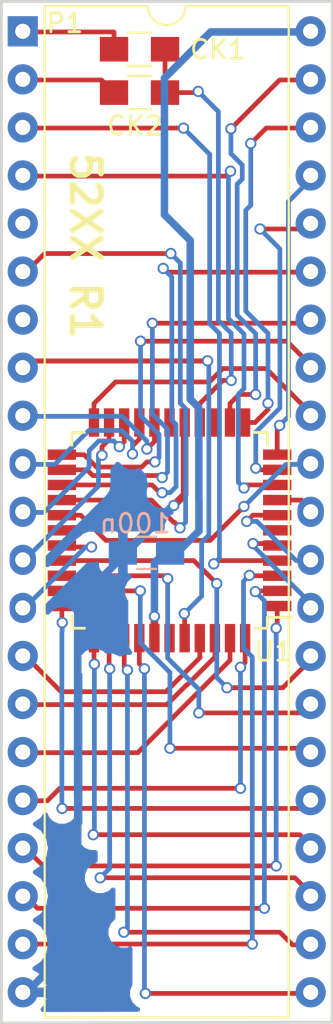
<source format=kicad_pcb>
(kicad_pcb (version 4) (host pcbnew 4.0.7-e2-6376~58~ubuntu16.04.1)

  (general
    (links 44)
    (no_connects 0)
    (area 147.054999 103.194999 164.855001 159.175)
    (thickness 1.6)
    (drawings 6)
    (tracks 396)
    (zones 0)
    (modules 5)
    (nets 45)
  )

  (page A4)
  (title_block
    (title "52XX replacement using ATMega8515 MCU")
    (date 2024-08-20)
    (rev 01)
    (company IZ8DWF)
  )

  (layers
    (0 F.Cu signal)
    (31 B.Cu signal)
    (32 B.Adhes user)
    (33 F.Adhes user)
    (34 B.Paste user)
    (35 F.Paste user)
    (36 B.SilkS user)
    (37 F.SilkS user)
    (38 B.Mask user)
    (39 F.Mask user)
    (40 Dwgs.User user)
    (41 Cmts.User user)
    (42 Eco1.User user)
    (43 Eco2.User user)
    (44 Edge.Cuts user)
    (45 Margin user)
    (46 B.CrtYd user)
    (47 F.CrtYd user)
    (48 B.Fab user)
    (49 F.Fab user)
  )

  (setup
    (last_trace_width 0.25)
    (trace_clearance 0.2)
    (zone_clearance 0.508)
    (zone_45_only no)
    (trace_min 0.2)
    (segment_width 0.2)
    (edge_width 0.15)
    (via_size 0.6)
    (via_drill 0.4)
    (via_min_size 0.4)
    (via_min_drill 0.3)
    (uvia_size 0.3)
    (uvia_drill 0.1)
    (uvias_allowed no)
    (uvia_min_size 0.2)
    (uvia_min_drill 0.1)
    (pcb_text_width 0.3)
    (pcb_text_size 1.5 1.5)
    (mod_edge_width 0.15)
    (mod_text_size 1 1)
    (mod_text_width 0.15)
    (pad_size 1.4 1.6)
    (pad_drill 0.8)
    (pad_to_mask_clearance 0.2)
    (aux_axis_origin 0 0)
    (visible_elements FFFFFF7F)
    (pcbplotparams
      (layerselection 0x010f0_80000001)
      (usegerberextensions true)
      (excludeedgelayer true)
      (linewidth 0.100000)
      (plotframeref false)
      (viasonmask false)
      (mode 1)
      (useauxorigin false)
      (hpglpennumber 1)
      (hpglpenspeed 20)
      (hpglpendiameter 15)
      (hpglpenoverlay 2)
      (psnegative false)
      (psa4output false)
      (plotreference true)
      (plotvalue true)
      (plotinvisibletext false)
      (padsonsilk false)
      (subtractmaskfromsilk true)
      (outputformat 1)
      (mirror false)
      (drillshape 0)
      (scaleselection 1)
      (outputdirectory gerber/))
  )

  (net 0 "")
  (net 1 VCC)
  (net 2 GND)
  (net 3 /EXCK)
  (net 4 "Net-(JP1-Pad2)")
  (net 5 /CK)
  (net 6 /D0)
  (net 7 /D1)
  (net 8 /~RES)
  (net 9 /D2)
  (net 10 /~SEL)
  (net 11 /D3)
  (net 12 "Net-(P1-Pad5)")
  (net 13 /D4)
  (net 14 /~2732)
  (net 15 /D5)
  (net 16 "Net-(P1-Pad7)")
  (net 17 /D6)
  (net 18 /TCNT)
  (net 19 /D7)
  (net 20 /OUT0)
  (net 21 /A0)
  (net 22 /OUT1)
  (net 23 /A1)
  (net 24 /OUT2)
  (net 25 /A2)
  (net 26 /OUT3)
  (net 27 /A3)
  (net 28 /A8)
  (net 29 /A4)
  (net 30 /A9)
  (net 31 /A5)
  (net 32 /A10)
  (net 33 /A6)
  (net 34 /A11)
  (net 35 /A7)
  (net 36 /A12/~E0)
  (net 37 /CMD0)
  (net 38 /A13/~E1)
  (net 39 /CMD1)
  (net 40 /A14/~E2)
  (net 41 /CMD2)
  (net 42 /A15/~E3)
  (net 43 /CMD3)
  (net 44 "Net-(U1-Pad14)")

  (net_class Default "This is the default net class."
    (clearance 0.2)
    (trace_width 0.25)
    (via_dia 0.6)
    (via_drill 0.4)
    (uvia_dia 0.3)
    (uvia_drill 0.1)
    (add_net /A0)
    (add_net /A1)
    (add_net /A10)
    (add_net /A11)
    (add_net /A12/~E0)
    (add_net /A13/~E1)
    (add_net /A14/~E2)
    (add_net /A15/~E3)
    (add_net /A2)
    (add_net /A3)
    (add_net /A4)
    (add_net /A5)
    (add_net /A6)
    (add_net /A7)
    (add_net /A8)
    (add_net /A9)
    (add_net /CK)
    (add_net /CMD0)
    (add_net /CMD1)
    (add_net /CMD2)
    (add_net /CMD3)
    (add_net /D0)
    (add_net /D1)
    (add_net /D2)
    (add_net /D3)
    (add_net /D4)
    (add_net /D5)
    (add_net /D6)
    (add_net /D7)
    (add_net /EXCK)
    (add_net /OUT0)
    (add_net /OUT1)
    (add_net /OUT2)
    (add_net /OUT3)
    (add_net /TCNT)
    (add_net /~2732)
    (add_net /~RES)
    (add_net /~SEL)
    (add_net "Net-(JP1-Pad2)")
    (add_net "Net-(P1-Pad5)")
    (add_net "Net-(P1-Pad7)")
    (add_net "Net-(U1-Pad14)")
  )

  (net_class pwr ""
    (clearance 0.2)
    (trace_width 0.4)
    (via_dia 0.6)
    (via_drill 0.4)
    (uvia_dia 0.3)
    (uvia_drill 0.1)
    (add_net GND)
    (add_net VCC)
  )

  (module Capacitors_SMD:C_0805_HandSoldering (layer B.Cu) (tedit 66C1C97C) (tstamp 66C1B4F5)
    (at 154.88 132.54 180)
    (descr "Capacitor SMD 0805, hand soldering")
    (tags "capacitor 0805")
    (path /66C07768)
    (attr smd)
    (fp_text reference C1 (at 0 1.75 180) (layer B.SilkS) hide
      (effects (font (size 1 1) (thickness 0.15)) (justify mirror))
    )
    (fp_text value 100n (at 0.6 1.55 180) (layer B.SilkS)
      (effects (font (size 1 1) (thickness 0.15)) (justify mirror))
    )
    (fp_text user %R (at 0 1.75 180) (layer B.Fab) hide
      (effects (font (size 1 1) (thickness 0.15)) (justify mirror))
    )
    (fp_line (start -1 -0.62) (end -1 0.62) (layer B.Fab) (width 0.1))
    (fp_line (start 1 -0.62) (end -1 -0.62) (layer B.Fab) (width 0.1))
    (fp_line (start 1 0.62) (end 1 -0.62) (layer B.Fab) (width 0.1))
    (fp_line (start -1 0.62) (end 1 0.62) (layer B.Fab) (width 0.1))
    (fp_line (start 0.5 0.85) (end -0.5 0.85) (layer B.SilkS) (width 0.12))
    (fp_line (start -0.5 -0.85) (end 0.5 -0.85) (layer B.SilkS) (width 0.12))
    (fp_line (start -2.25 0.88) (end 2.25 0.88) (layer B.CrtYd) (width 0.05))
    (fp_line (start -2.25 0.88) (end -2.25 -0.87) (layer B.CrtYd) (width 0.05))
    (fp_line (start 2.25 -0.87) (end 2.25 0.88) (layer B.CrtYd) (width 0.05))
    (fp_line (start 2.25 -0.87) (end -2.25 -0.87) (layer B.CrtYd) (width 0.05))
    (pad 1 smd rect (at -1.25 0 180) (size 1.5 1.25) (layers B.Cu B.Paste B.Mask)
      (net 1 VCC))
    (pad 2 smd rect (at 1.25 0 180) (size 1.5 1.25) (layers B.Cu B.Paste B.Mask)
      (net 2 GND))
    (model Capacitors_SMD.3dshapes/C_0805.wrl
      (at (xyz 0 0 0))
      (scale (xyz 1 1 1))
      (rotate (xyz 0 0 0))
    )
  )

  (module Resistors_SMD:R_0805_HandSoldering (layer F.Cu) (tedit 66C1B739) (tstamp 66C1B4FB)
    (at 154.512 105.918)
    (descr "Resistor SMD 0805, hand soldering")
    (tags "resistor 0805")
    (path /66C093DD)
    (attr smd)
    (fp_text reference JP1 (at 0 -1.7) (layer F.SilkS) hide
      (effects (font (size 1 1) (thickness 0.15)))
    )
    (fp_text value CK1 (at 4.148 0.022) (layer F.SilkS)
      (effects (font (size 1 1) (thickness 0.15)))
    )
    (fp_text user %R (at 0 0) (layer F.Fab) hide
      (effects (font (size 0.5 0.5) (thickness 0.075)))
    )
    (fp_line (start -1 0.62) (end -1 -0.62) (layer F.Fab) (width 0.1))
    (fp_line (start 1 0.62) (end -1 0.62) (layer F.Fab) (width 0.1))
    (fp_line (start 1 -0.62) (end 1 0.62) (layer F.Fab) (width 0.1))
    (fp_line (start -1 -0.62) (end 1 -0.62) (layer F.Fab) (width 0.1))
    (fp_line (start 0.6 0.88) (end -0.6 0.88) (layer F.SilkS) (width 0.12))
    (fp_line (start -0.6 -0.88) (end 0.6 -0.88) (layer F.SilkS) (width 0.12))
    (fp_line (start -2.35 -0.9) (end 2.35 -0.9) (layer F.CrtYd) (width 0.05))
    (fp_line (start -2.35 -0.9) (end -2.35 0.9) (layer F.CrtYd) (width 0.05))
    (fp_line (start 2.35 0.9) (end 2.35 -0.9) (layer F.CrtYd) (width 0.05))
    (fp_line (start 2.35 0.9) (end -2.35 0.9) (layer F.CrtYd) (width 0.05))
    (pad 1 smd rect (at -1.35 0) (size 1.5 1.3) (layers F.Cu F.Paste F.Mask)
      (net 3 /EXCK))
    (pad 2 smd rect (at 1.35 0) (size 1.5 1.3) (layers F.Cu F.Paste F.Mask)
      (net 4 "Net-(JP1-Pad2)"))
    (model ${KISYS3DMOD}/Resistors_SMD.3dshapes/R_0805.wrl
      (at (xyz 0 0 0))
      (scale (xyz 1 1 1))
      (rotate (xyz 0 0 0))
    )
  )

  (module Resistors_SMD:R_0805_HandSoldering (layer F.Cu) (tedit 66C1B74B) (tstamp 66C1B501)
    (at 154.51 108.21)
    (descr "Resistor SMD 0805, hand soldering")
    (tags "resistor 0805")
    (path /66C092F9)
    (attr smd)
    (fp_text reference JP2 (at 0 -1.7) (layer F.SilkS) hide
      (effects (font (size 1 1) (thickness 0.15)))
    )
    (fp_text value CK2 (at -0.24 1.76) (layer F.SilkS)
      (effects (font (size 1 1) (thickness 0.15)))
    )
    (fp_text user %R (at 0 0) (layer F.Fab) hide
      (effects (font (size 0.5 0.5) (thickness 0.075)))
    )
    (fp_line (start -1 0.62) (end -1 -0.62) (layer F.Fab) (width 0.1))
    (fp_line (start 1 0.62) (end -1 0.62) (layer F.Fab) (width 0.1))
    (fp_line (start 1 -0.62) (end 1 0.62) (layer F.Fab) (width 0.1))
    (fp_line (start -1 -0.62) (end 1 -0.62) (layer F.Fab) (width 0.1))
    (fp_line (start 0.6 0.88) (end -0.6 0.88) (layer F.SilkS) (width 0.12))
    (fp_line (start -0.6 -0.88) (end 0.6 -0.88) (layer F.SilkS) (width 0.12))
    (fp_line (start -2.35 -0.9) (end 2.35 -0.9) (layer F.CrtYd) (width 0.05))
    (fp_line (start -2.35 -0.9) (end -2.35 0.9) (layer F.CrtYd) (width 0.05))
    (fp_line (start 2.35 0.9) (end 2.35 -0.9) (layer F.CrtYd) (width 0.05))
    (fp_line (start 2.35 0.9) (end -2.35 0.9) (layer F.CrtYd) (width 0.05))
    (pad 1 smd rect (at -1.35 0) (size 1.5 1.3) (layers F.Cu F.Paste F.Mask)
      (net 5 /CK))
    (pad 2 smd rect (at 1.35 0) (size 1.5 1.3) (layers F.Cu F.Paste F.Mask)
      (net 4 "Net-(JP1-Pad2)"))
    (model ${KISYS3DMOD}/Resistors_SMD.3dshapes/R_0805.wrl
      (at (xyz 0 0 0))
      (scale (xyz 1 1 1))
      (rotate (xyz 0 0 0))
    )
  )

  (module Housings_DIP:DIP-42_W15.24mm (layer F.Cu) (tedit 66C1C962) (tstamp 66C1B52F)
    (at 148.33 104.97)
    (descr "42-lead though-hole mounted DIP package, row spacing 15.24 mm (600 mils)")
    (tags "THT DIP DIL PDIP 2.54mm 15.24mm 600mil")
    (path /66C06B6A)
    (fp_text reference P1 (at 2.2289 -0.4336) (layer F.SilkS)
      (effects (font (size 1 1) (thickness 0.15)))
    )
    (fp_text value 52XX (at 7.62 53.13) (layer F.Fab) hide
      (effects (font (size 1 1) (thickness 0.15)))
    )
    (fp_arc (start 7.62 -1.33) (end 6.62 -1.33) (angle -180) (layer F.SilkS) (width 0.12))
    (fp_line (start 1.255 -1.27) (end 14.985 -1.27) (layer F.Fab) (width 0.1))
    (fp_line (start 14.985 -1.27) (end 14.985 52.07) (layer F.Fab) (width 0.1))
    (fp_line (start 14.985 52.07) (end 0.255 52.07) (layer F.Fab) (width 0.1))
    (fp_line (start 0.255 52.07) (end 0.255 -0.27) (layer F.Fab) (width 0.1))
    (fp_line (start 0.255 -0.27) (end 1.255 -1.27) (layer F.Fab) (width 0.1))
    (fp_line (start 6.62 -1.33) (end 1.16 -1.33) (layer F.SilkS) (width 0.12))
    (fp_line (start 1.16 -1.33) (end 1.16 52.13) (layer F.SilkS) (width 0.12))
    (fp_line (start 1.16 52.13) (end 14.08 52.13) (layer F.SilkS) (width 0.12))
    (fp_line (start 14.08 52.13) (end 14.08 -1.33) (layer F.SilkS) (width 0.12))
    (fp_line (start 14.08 -1.33) (end 8.62 -1.33) (layer F.SilkS) (width 0.12))
    (fp_line (start -1.05 -1.55) (end -1.05 52.35) (layer F.CrtYd) (width 0.05))
    (fp_line (start -1.05 52.35) (end 16.3 52.35) (layer F.CrtYd) (width 0.05))
    (fp_line (start 16.3 52.35) (end 16.3 -1.55) (layer F.CrtYd) (width 0.05))
    (fp_line (start 16.3 -1.55) (end -1.05 -1.55) (layer F.CrtYd) (width 0.05))
    (fp_text user %R (at 7.62 25.4) (layer F.Fab) hide
      (effects (font (size 1 1) (thickness 0.15)))
    )
    (pad 1 thru_hole rect (at 0 0) (size 1.6 1.6) (drill 0.8) (layers *.Cu *.Mask)
      (net 3 /EXCK))
    (pad 22 thru_hole oval (at 15.24 50.8) (size 1.6 1.6) (drill 0.8) (layers *.Cu *.Mask)
      (net 6 /D0))
    (pad 2 thru_hole oval (at 0 2.54) (size 1.6 1.6) (drill 0.8) (layers *.Cu *.Mask)
      (net 5 /CK))
    (pad 23 thru_hole oval (at 15.24 48.26) (size 1.6 1.6) (drill 0.8) (layers *.Cu *.Mask)
      (net 7 /D1))
    (pad 3 thru_hole oval (at 0 5.08) (size 1.6 1.6) (drill 0.8) (layers *.Cu *.Mask)
      (net 8 /~RES))
    (pad 24 thru_hole oval (at 15.24 45.72) (size 1.6 1.6) (drill 0.8) (layers *.Cu *.Mask)
      (net 9 /D2))
    (pad 4 thru_hole oval (at 0 7.62) (size 1.6 1.6) (drill 0.8) (layers *.Cu *.Mask)
      (net 10 /~SEL))
    (pad 25 thru_hole oval (at 15.24 43.18) (size 1.6 1.6) (drill 0.8) (layers *.Cu *.Mask)
      (net 11 /D3))
    (pad 5 thru_hole oval (at 0 10.16) (size 1.6 1.6) (drill 0.8) (layers *.Cu *.Mask)
      (net 12 "Net-(P1-Pad5)"))
    (pad 26 thru_hole oval (at 15.24 40.64) (size 1.6 1.6) (drill 0.8) (layers *.Cu *.Mask)
      (net 13 /D4))
    (pad 6 thru_hole oval (at 0 12.7) (size 1.6 1.6) (drill 0.8) (layers *.Cu *.Mask)
      (net 14 /~2732))
    (pad 27 thru_hole oval (at 15.24 38.1) (size 1.6 1.6) (drill 0.8) (layers *.Cu *.Mask)
      (net 15 /D5))
    (pad 7 thru_hole oval (at 0 15.24) (size 1.6 1.6) (drill 0.8) (layers *.Cu *.Mask)
      (net 16 "Net-(P1-Pad7)"))
    (pad 28 thru_hole oval (at 15.24 35.56) (size 1.6 1.6) (drill 0.8) (layers *.Cu *.Mask)
      (net 17 /D6))
    (pad 8 thru_hole oval (at 0 17.78) (size 1.6 1.6) (drill 0.8) (layers *.Cu *.Mask)
      (net 18 /TCNT))
    (pad 29 thru_hole oval (at 15.24 33.02) (size 1.6 1.6) (drill 0.8) (layers *.Cu *.Mask)
      (net 19 /D7))
    (pad 9 thru_hole oval (at 0 20.32) (size 1.6 1.6) (drill 0.8) (layers *.Cu *.Mask)
      (net 20 /OUT0))
    (pad 30 thru_hole oval (at 15.24 30.48) (size 1.4 1.6) (drill 0.8) (layers *.Cu *.Mask)
      (net 21 /A0))
    (pad 10 thru_hole oval (at 0 22.86) (size 1.4 1.6) (drill 0.8) (layers *.Cu *.Mask)
      (net 22 /OUT1))
    (pad 31 thru_hole oval (at 15.24 27.94) (size 1.4 1.6) (drill 0.8) (layers *.Cu *.Mask)
      (net 23 /A1))
    (pad 11 thru_hole oval (at 0 25.4) (size 1.4 1.6) (drill 0.8) (layers *.Cu *.Mask)
      (net 24 /OUT2))
    (pad 32 thru_hole oval (at 15.24 25.4) (size 1.4 1.6) (drill 0.8) (layers *.Cu *.Mask)
      (net 25 /A2))
    (pad 12 thru_hole oval (at 0 27.94) (size 1.4 1.6) (drill 0.8) (layers *.Cu *.Mask)
      (net 26 /OUT3))
    (pad 33 thru_hole oval (at 15.24 22.86) (size 1.4 1.6) (drill 0.8) (layers *.Cu *.Mask)
      (net 27 /A3))
    (pad 13 thru_hole oval (at 0 30.48) (size 1.4 1.6) (drill 0.8) (layers *.Cu *.Mask)
      (net 28 /A8))
    (pad 34 thru_hole oval (at 15.24 20.32) (size 1.6 1.6) (drill 0.8) (layers *.Cu *.Mask)
      (net 29 /A4))
    (pad 14 thru_hole oval (at 0 33.02) (size 1.6 1.6) (drill 0.8) (layers *.Cu *.Mask)
      (net 30 /A9))
    (pad 35 thru_hole oval (at 15.24 17.78) (size 1.6 1.6) (drill 0.8) (layers *.Cu *.Mask)
      (net 31 /A5))
    (pad 15 thru_hole oval (at 0 35.56) (size 1.6 1.6) (drill 0.8) (layers *.Cu *.Mask)
      (net 32 /A10))
    (pad 36 thru_hole oval (at 15.24 15.24) (size 1.6 1.6) (drill 0.8) (layers *.Cu *.Mask)
      (net 33 /A6))
    (pad 16 thru_hole oval (at 0 38.1) (size 1.6 1.6) (drill 0.8) (layers *.Cu *.Mask)
      (net 34 /A11))
    (pad 37 thru_hole oval (at 15.24 12.7) (size 1.6 1.6) (drill 0.8) (layers *.Cu *.Mask)
      (net 35 /A7))
    (pad 17 thru_hole oval (at 0 40.64) (size 1.6 1.6) (drill 0.8) (layers *.Cu *.Mask)
      (net 36 /A12/~E0))
    (pad 38 thru_hole oval (at 15.24 10.16) (size 1.6 1.6) (drill 0.8) (layers *.Cu *.Mask)
      (net 37 /CMD0))
    (pad 18 thru_hole oval (at 0 43.18) (size 1.6 1.6) (drill 0.8) (layers *.Cu *.Mask)
      (net 38 /A13/~E1))
    (pad 39 thru_hole oval (at 15.24 7.62) (size 1.6 1.6) (drill 0.8) (layers *.Cu *.Mask)
      (net 39 /CMD1))
    (pad 19 thru_hole oval (at 0 45.72) (size 1.6 1.6) (drill 0.8) (layers *.Cu *.Mask)
      (net 40 /A14/~E2))
    (pad 40 thru_hole oval (at 15.24 5.08) (size 1.6 1.6) (drill 0.8) (layers *.Cu *.Mask)
      (net 41 /CMD2))
    (pad 20 thru_hole oval (at 0 48.26) (size 1.6 1.6) (drill 0.8) (layers *.Cu *.Mask)
      (net 42 /A15/~E3))
    (pad 41 thru_hole oval (at 15.24 2.54) (size 1.6 1.6) (drill 0.8) (layers *.Cu *.Mask)
      (net 43 /CMD3))
    (pad 21 thru_hole oval (at 0 50.8) (size 1.6 1.6) (drill 0.8) (layers *.Cu *.Mask)
      (net 2 GND))
    (pad 42 thru_hole oval (at 15.24 0) (size 1.6 1.6) (drill 0.8) (layers *.Cu *.Mask)
      (net 1 VCC))
    (model ${KISYS3DMOD}/Housings_DIP.3dshapes/DIP-42_W15.24mm.wrl
      (at (xyz 0 0 0))
      (scale (xyz 1 1 1))
      (rotate (xyz 0 0 0))
    )
  )

  (module Housings_QFP:TQFP-44_10x10mm_Pitch0.8mm (layer F.Cu) (tedit 66C1C9A8) (tstamp 66C1B55F)
    (at 156.1 131.35 180)
    (descr "44-Lead Plastic Thin Quad Flatpack (PT) - 10x10x1.0 mm Body [TQFP] (see Microchip Packaging Specification 00000049BS.pdf)")
    (tags "QFP 0.8")
    (path /66C06A01)
    (attr smd)
    (fp_text reference U1 (at -5.5 -6.41 360) (layer F.SilkS)
      (effects (font (size 1 1) (thickness 0.15)))
    )
    (fp_text value ATMEGA8515-16AU (at 0 7.45 180) (layer F.SilkS) hide
      (effects (font (size 0.5 0.5) (thickness 0.125)))
    )
    (fp_text user %R (at 0 0 180) (layer F.Fab) hide
      (effects (font (size 1 1) (thickness 0.15)))
    )
    (fp_line (start -4 -5) (end 5 -5) (layer F.Fab) (width 0.15))
    (fp_line (start 5 -5) (end 5 5) (layer F.Fab) (width 0.15))
    (fp_line (start 5 5) (end -5 5) (layer F.Fab) (width 0.15))
    (fp_line (start -5 5) (end -5 -4) (layer F.Fab) (width 0.15))
    (fp_line (start -5 -4) (end -4 -5) (layer F.Fab) (width 0.15))
    (fp_line (start -6.7 -6.7) (end -6.7 6.7) (layer F.CrtYd) (width 0.05))
    (fp_line (start 6.7 -6.7) (end 6.7 6.7) (layer F.CrtYd) (width 0.05))
    (fp_line (start -6.7 -6.7) (end 6.7 -6.7) (layer F.CrtYd) (width 0.05))
    (fp_line (start -6.7 6.7) (end 6.7 6.7) (layer F.CrtYd) (width 0.05))
    (fp_line (start -5.175 -5.175) (end -5.175 -4.6) (layer F.SilkS) (width 0.15))
    (fp_line (start 5.175 -5.175) (end 5.175 -4.5) (layer F.SilkS) (width 0.15))
    (fp_line (start 5.175 5.175) (end 5.175 4.5) (layer F.SilkS) (width 0.15))
    (fp_line (start -5.175 5.175) (end -5.175 4.5) (layer F.SilkS) (width 0.15))
    (fp_line (start -5.175 -5.175) (end -4.5 -5.175) (layer F.SilkS) (width 0.15))
    (fp_line (start -5.175 5.175) (end -4.5 5.175) (layer F.SilkS) (width 0.15))
    (fp_line (start 5.175 5.175) (end 4.5 5.175) (layer F.SilkS) (width 0.15))
    (fp_line (start 5.175 -5.175) (end 4.5 -5.175) (layer F.SilkS) (width 0.15))
    (fp_line (start -5.175 -4.6) (end -6.45 -4.6) (layer F.SilkS) (width 0.15))
    (pad 1 smd rect (at -5.7 -4 180) (size 1.5 0.55) (layers F.Cu F.Paste F.Mask)
      (net 38 /A13/~E1))
    (pad 2 smd rect (at -5.7 -3.2 180) (size 1.5 0.55) (layers F.Cu F.Paste F.Mask)
      (net 40 /A14/~E2))
    (pad 3 smd rect (at -5.7 -2.4 180) (size 1.5 0.55) (layers F.Cu F.Paste F.Mask)
      (net 42 /A15/~E3))
    (pad 4 smd rect (at -5.7 -1.6 180) (size 1.5 0.55) (layers F.Cu F.Paste F.Mask)
      (net 8 /~RES))
    (pad 5 smd rect (at -5.7 -0.8 180) (size 1.5 0.55) (layers F.Cu F.Paste F.Mask)
      (net 21 /A0))
    (pad 6 smd rect (at -5.7 0 180) (size 1.5 0.55) (layers F.Cu F.Paste F.Mask))
    (pad 7 smd rect (at -5.7 0.8 180) (size 1.5 0.55) (layers F.Cu F.Paste F.Mask)
      (net 23 /A1))
    (pad 8 smd rect (at -5.7 1.6 180) (size 1.5 0.55) (layers F.Cu F.Paste F.Mask)
      (net 25 /A2))
    (pad 9 smd rect (at -5.7 2.4 180) (size 1.5 0.55) (layers F.Cu F.Paste F.Mask)
      (net 10 /~SEL))
    (pad 10 smd rect (at -5.7 3.2 180) (size 1.5 0.55) (layers F.Cu F.Paste F.Mask)
      (net 37 /CMD0))
    (pad 11 smd rect (at -5.7 4 180) (size 1.5 0.55) (layers F.Cu F.Paste F.Mask)
      (net 39 /CMD1))
    (pad 12 smd rect (at -4 5.7 270) (size 1.5 0.55) (layers F.Cu F.Paste F.Mask)
      (net 41 /CMD2))
    (pad 13 smd rect (at -3.2 5.7 270) (size 1.5 0.55) (layers F.Cu F.Paste F.Mask)
      (net 43 /CMD3))
    (pad 14 smd rect (at -2.4 5.7 270) (size 1.5 0.55) (layers F.Cu F.Paste F.Mask)
      (net 44 "Net-(U1-Pad14)"))
    (pad 15 smd rect (at -1.6 5.7 270) (size 1.5 0.55) (layers F.Cu F.Paste F.Mask)
      (net 4 "Net-(JP1-Pad2)"))
    (pad 16 smd rect (at -0.8 5.7 270) (size 1.5 0.55) (layers F.Cu F.Paste F.Mask)
      (net 2 GND))
    (pad 17 smd rect (at 0 5.7 270) (size 1.5 0.55) (layers F.Cu F.Paste F.Mask))
    (pad 18 smd rect (at 0.8 5.7 270) (size 1.5 0.55) (layers F.Cu F.Paste F.Mask)
      (net 20 /OUT0))
    (pad 19 smd rect (at 1.6 5.7 270) (size 1.5 0.55) (layers F.Cu F.Paste F.Mask)
      (net 22 /OUT1))
    (pad 20 smd rect (at 2.4 5.7 270) (size 1.5 0.55) (layers F.Cu F.Paste F.Mask)
      (net 24 /OUT2))
    (pad 21 smd rect (at 3.2 5.7 270) (size 1.5 0.55) (layers F.Cu F.Paste F.Mask)
      (net 26 /OUT3))
    (pad 22 smd rect (at 4 5.7 270) (size 1.5 0.55) (layers F.Cu F.Paste F.Mask)
      (net 29 /A4))
    (pad 23 smd rect (at 5.7 4 180) (size 1.5 0.55) (layers F.Cu F.Paste F.Mask)
      (net 31 /A5))
    (pad 24 smd rect (at 5.7 3.2 180) (size 1.5 0.55) (layers F.Cu F.Paste F.Mask)
      (net 33 /A6))
    (pad 25 smd rect (at 5.7 2.4 180) (size 1.5 0.55) (layers F.Cu F.Paste F.Mask)
      (net 35 /A7))
    (pad 26 smd rect (at 5.7 1.6 180) (size 1.5 0.55) (layers F.Cu F.Paste F.Mask)
      (net 14 /~2732))
    (pad 27 smd rect (at 5.7 0.8 180) (size 1.5 0.55) (layers F.Cu F.Paste F.Mask)
      (net 27 /A3))
    (pad 28 smd rect (at 5.7 0 180) (size 1.5 0.55) (layers F.Cu F.Paste F.Mask))
    (pad 29 smd rect (at 5.7 -0.8 180) (size 1.5 0.55) (layers F.Cu F.Paste F.Mask)
      (net 28 /A8))
    (pad 30 smd rect (at 5.7 -1.6 180) (size 1.5 0.55) (layers F.Cu F.Paste F.Mask)
      (net 19 /D7))
    (pad 31 smd rect (at 5.7 -2.4 180) (size 1.5 0.55) (layers F.Cu F.Paste F.Mask)
      (net 17 /D6))
    (pad 32 smd rect (at 5.7 -3.2 180) (size 1.5 0.55) (layers F.Cu F.Paste F.Mask)
      (net 15 /D5))
    (pad 33 smd rect (at 5.7 -4 180) (size 1.5 0.55) (layers F.Cu F.Paste F.Mask)
      (net 13 /D4))
    (pad 34 smd rect (at 4 -5.7 270) (size 1.5 0.55) (layers F.Cu F.Paste F.Mask)
      (net 11 /D3))
    (pad 35 smd rect (at 3.2 -5.7 270) (size 1.5 0.55) (layers F.Cu F.Paste F.Mask)
      (net 9 /D2))
    (pad 36 smd rect (at 2.4 -5.7 270) (size 1.5 0.55) (layers F.Cu F.Paste F.Mask)
      (net 7 /D1))
    (pad 37 smd rect (at 1.6 -5.7 270) (size 1.5 0.55) (layers F.Cu F.Paste F.Mask)
      (net 6 /D0))
    (pad 38 smd rect (at 0.8 -5.7 270) (size 1.5 0.55) (layers F.Cu F.Paste F.Mask)
      (net 1 VCC))
    (pad 39 smd rect (at 0 -5.7 270) (size 1.5 0.55) (layers F.Cu F.Paste F.Mask))
    (pad 40 smd rect (at -0.8 -5.7 270) (size 1.5 0.55) (layers F.Cu F.Paste F.Mask)
      (net 18 /TCNT))
    (pad 41 smd rect (at -1.6 -5.7 270) (size 1.5 0.55) (layers F.Cu F.Paste F.Mask)
      (net 30 /A9))
    (pad 42 smd rect (at -2.4 -5.7 270) (size 1.5 0.55) (layers F.Cu F.Paste F.Mask)
      (net 32 /A10))
    (pad 43 smd rect (at -3.2 -5.7 270) (size 1.5 0.55) (layers F.Cu F.Paste F.Mask)
      (net 34 /A11))
    (pad 44 smd rect (at -4 -5.7 270) (size 1.5 0.55) (layers F.Cu F.Paste F.Mask)
      (net 36 /A12/~E0))
    (model ${KISYS3DMOD}/Housings_QFP.3dshapes/TQFP-44_10x10mm_Pitch0.8mm.wrl
      (at (xyz 0 0 0))
      (scale (xyz 1 1 1))
      (rotate (xyz 0 0 0))
    )
  )

  (gr_text "[Art\n Ele\n Me]" (at 151.63 153.09) (layer B.Mask)
    (effects (font (size 1 1) (thickness 0.25)) (justify mirror))
  )
  (gr_text "52XX R1" (at 151.65 116.31 270) (layer F.SilkS)
    (effects (font (size 1.5 1.5) (thickness 0.3)))
  )
  (gr_line (start 147.2 103.39) (end 147.2 157.39) (layer Edge.Cuts) (width 0.15))
  (gr_line (start 164.7 103.39) (end 147.2 103.39) (layer Edge.Cuts) (width 0.15))
  (gr_line (start 164.7 157.35) (end 164.7 103.39) (layer Edge.Cuts) (width 0.15))
  (gr_line (start 147.2 157.39) (end 164.7 157.35) (layer Edge.Cuts) (width 0.15))

  (segment (start 157.655009 131.384991) (end 156.5 132.54) (width 0.4) (layer B.Cu) (net 1))
  (segment (start 157.655009 129.732533) (end 157.655009 131.384991) (width 0.4) (layer B.Cu) (net 1))
  (segment (start 157.65 124.871112) (end 157.65 129.727524) (width 0.4) (layer B.Cu) (net 1))
  (segment (start 157.195022 124.416134) (end 157.65 124.871112) (width 0.4) (layer B.Cu) (net 1))
  (segment (start 157.195022 116.025022) (end 157.195022 124.416134) (width 0.4) (layer B.Cu) (net 1))
  (segment (start 155.83 114.66) (end 157.195022 116.025022) (width 0.4) (layer B.Cu) (net 1))
  (segment (start 157.65 129.727524) (end 157.655009 129.732533) (width 0.4) (layer B.Cu) (net 1))
  (segment (start 156.5 132.54) (end 156.13 132.54) (width 0.4) (layer B.Cu) (net 1))
  (segment (start 155.3 133.06) (end 155.3 135.9) (width 0.4) (layer B.Cu) (net 1))
  (via (at 155.3 135.9) (size 0.6) (drill 0.4) (layers F.Cu B.Cu) (net 1))
  (segment (start 155.82 132.54) (end 155.3 133.06) (width 0.4) (layer B.Cu) (net 1))
  (segment (start 156.13 132.54) (end 155.82 132.54) (width 0.4) (layer B.Cu) (net 1))
  (segment (start 155.83 107.45) (end 155.83 114.66) (width 0.4) (layer B.Cu) (net 1))
  (segment (start 158.2764 105.0036) (end 155.83 107.45) (width 0.4) (layer B.Cu) (net 1))
  (segment (start 162.15 105.0036) (end 158.2764 105.0036) (width 0.4) (layer B.Cu) (net 1))
  (segment (start 163.7411 105.0036) (end 162.15 105.0036) (width 0.4) (layer B.Cu) (net 1))
  (segment (start 155.3 135.9) (end 155.3 137.05) (width 0.4) (layer F.Cu) (net 1))
  (segment (start 153.755 132.54) (end 156.260079 130.034921) (width 0.4) (layer B.Cu) (net 2))
  (segment (start 156.024958 130.33492) (end 156.324957 130.034921) (width 0.4) (layer B.Cu) (net 2))
  (segment (start 151.24 135.119878) (end 156.024958 130.33492) (width 0.4) (layer B.Cu) (net 2))
  (segment (start 151.24 153.0647) (end 151.24 135.119878) (width 0.4) (layer B.Cu) (net 2))
  (segment (start 148.5011 155.8036) (end 151.24 153.0647) (width 0.4) (layer B.Cu) (net 2))
  (segment (start 156.9 125.65) (end 156.9 129.459878) (width 0.4) (layer F.Cu) (net 2))
  (segment (start 153.63 132.54) (end 153.755 132.54) (width 0.4) (layer B.Cu) (net 2))
  (segment (start 156.9 129.459878) (end 156.624956 129.734922) (width 0.4) (layer F.Cu) (net 2))
  (via (at 156.324957 130.034921) (size 0.6) (drill 0.4) (layers F.Cu B.Cu) (net 2))
  (segment (start 156.624956 129.734922) (end 156.324957 130.034921) (width 0.4) (layer F.Cu) (net 2))
  (segment (start 156.260079 130.034921) (end 156.324957 130.034921) (width 0.4) (layer B.Cu) (net 2))
  (segment (start 148.5011 105.0036) (end 153.1476 105.0036) (width 0.25) (layer F.Cu) (net 3))
  (segment (start 153.1476 105.0036) (end 153.162 105.018) (width 0.25) (layer F.Cu) (net 3))
  (segment (start 153.162 105.018) (end 153.162 105.918) (width 0.25) (layer F.Cu) (net 3))
  (segment (start 159.366397 122.999912) (end 159.366397 123.424176) (width 0.25) (layer B.Cu) (net 4))
  (segment (start 159.366397 120.934978) (end 159.366397 122.999912) (width 0.25) (layer B.Cu) (net 4))
  (segment (start 158.68502 109.213028) (end 158.68502 120.253601) (width 0.25) (layer B.Cu) (net 4))
  (segment (start 157.61999 108.147998) (end 158.68502 109.213028) (width 0.25) (layer B.Cu) (net 4))
  (segment (start 158.68502 120.253601) (end 159.366397 120.934978) (width 0.25) (layer B.Cu) (net 4))
  (segment (start 158.925824 123.424176) (end 158.942133 123.424176) (width 0.25) (layer F.Cu) (net 4))
  (segment (start 157.7 124.65) (end 158.925824 123.424176) (width 0.25) (layer F.Cu) (net 4))
  (via (at 159.366397 123.424176) (size 0.6) (drill 0.4) (layers F.Cu B.Cu) (net 4))
  (segment (start 158.942133 123.424176) (end 159.366397 123.424176) (width 0.25) (layer F.Cu) (net 4))
  (segment (start 157.7 125.65) (end 157.7 124.65) (width 0.25) (layer F.Cu) (net 4))
  (segment (start 155.86 108.21) (end 157.557988 108.21) (width 0.25) (layer F.Cu) (net 4))
  (via (at 157.61999 108.147998) (size 0.6) (drill 0.4) (layers F.Cu B.Cu) (net 4))
  (segment (start 157.557988 108.21) (end 157.61999 108.147998) (width 0.25) (layer F.Cu) (net 4))
  (segment (start 155.862 105.918) (end 155.862 108.208) (width 0.25) (layer F.Cu) (net 4))
  (segment (start 155.862 108.208) (end 155.86 108.21) (width 0.25) (layer F.Cu) (net 4))
  (segment (start 148.5011 107.5436) (end 152.4936 107.5436) (width 0.25) (layer F.Cu) (net 5))
  (segment (start 152.4936 107.5436) (end 153.16 108.21) (width 0.25) (layer F.Cu) (net 5))
  (segment (start 154.82 155.83) (end 163.7147 155.83) (width 0.25) (layer F.Cu) (net 6))
  (segment (start 163.7147 155.83) (end 163.7411 155.8036) (width 0.25) (layer F.Cu) (net 6))
  (segment (start 154.77 138.67) (end 154.77 155.78) (width 0.25) (layer B.Cu) (net 6))
  (segment (start 154.77 155.78) (end 154.82 155.83) (width 0.25) (layer B.Cu) (net 6))
  (via (at 154.82 155.83) (size 0.6) (drill 0.4) (layers F.Cu B.Cu) (net 6))
  (segment (start 154.5 137.05) (end 154.5 138.4) (width 0.25) (layer F.Cu) (net 6))
  (segment (start 154.5 138.4) (end 154.77 138.67) (width 0.25) (layer F.Cu) (net 6))
  (via (at 154.77 138.67) (size 0.6) (drill 0.4) (layers F.Cu B.Cu) (net 6))
  (segment (start 153.87 152.40392) (end 153.67893 152.59499) (width 0.25) (layer B.Cu) (net 7))
  (segment (start 153.87 138.74) (end 153.87 152.40392) (width 0.25) (layer B.Cu) (net 7))
  (segment (start 154.103194 152.59499) (end 153.67893 152.59499) (width 0.25) (layer F.Cu) (net 7))
  (segment (start 161.94112 152.59499) (end 154.103194 152.59499) (width 0.25) (layer F.Cu) (net 7))
  (segment (start 162.60973 153.2636) (end 161.94112 152.59499) (width 0.25) (layer F.Cu) (net 7))
  (segment (start 163.7411 153.2636) (end 162.60973 153.2636) (width 0.25) (layer F.Cu) (net 7))
  (via (at 153.67893 152.59499) (size 0.6) (drill 0.4) (layers F.Cu B.Cu) (net 7))
  (segment (start 153.7 137.05) (end 153.7 138.57) (width 0.25) (layer F.Cu) (net 7))
  (segment (start 153.7 138.57) (end 153.87 138.74) (width 0.25) (layer F.Cu) (net 7))
  (via (at 153.87 138.74) (size 0.6) (drill 0.4) (layers F.Cu B.Cu) (net 7))
  (segment (start 158.441388 133.122544) (end 158.741387 132.822545) (width 0.25) (layer B.Cu) (net 8))
  (segment (start 158.225009 120.43) (end 158.225009 111.475009) (width 0.25) (layer B.Cu) (net 8))
  (segment (start 158.741387 132.822545) (end 158.741387 120.946378) (width 0.25) (layer B.Cu) (net 8))
  (segment (start 158.741387 120.946378) (end 158.225009 120.43) (width 0.25) (layer B.Cu) (net 8))
  (segment (start 158.225009 111.475009) (end 157.139999 110.389999) (width 0.25) (layer B.Cu) (net 8))
  (segment (start 157.139999 110.389999) (end 156.84 110.09) (width 0.25) (layer B.Cu) (net 8))
  (segment (start 158.613932 132.95) (end 158.441388 133.122544) (width 0.25) (layer F.Cu) (net 8))
  (via (at 158.441388 133.122544) (size 0.6) (drill 0.4) (layers F.Cu B.Cu) (net 8))
  (segment (start 161.8 132.95) (end 158.613932 132.95) (width 0.25) (layer F.Cu) (net 8))
  (segment (start 148.5011 110.0836) (end 156.8336 110.0836) (width 0.25) (layer F.Cu) (net 8))
  (via (at 156.84 110.09) (size 0.6) (drill 0.4) (layers F.Cu B.Cu) (net 8))
  (segment (start 156.8336 110.0836) (end 156.84 110.09) (width 0.25) (layer F.Cu) (net 8))
  (segment (start 162.73251 149.71501) (end 152.855346 149.71501) (width 0.25) (layer F.Cu) (net 9))
  (segment (start 152.731081 149.415011) (end 152.431082 149.71501) (width 0.25) (layer B.Cu) (net 9))
  (segment (start 152.93 149.216092) (end 152.731081 149.415011) (width 0.25) (layer B.Cu) (net 9))
  (segment (start 163.7411 150.7236) (end 162.73251 149.71501) (width 0.25) (layer F.Cu) (net 9))
  (segment (start 152.93 138.67) (end 152.93 149.216092) (width 0.25) (layer B.Cu) (net 9))
  (via (at 152.431082 149.71501) (size 0.6) (drill 0.4) (layers F.Cu B.Cu) (net 9))
  (segment (start 152.855346 149.71501) (end 152.431082 149.71501) (width 0.25) (layer F.Cu) (net 9))
  (segment (start 152.9 137.05) (end 152.9 138.64) (width 0.25) (layer F.Cu) (net 9))
  (segment (start 152.9 138.64) (end 152.93 138.67) (width 0.25) (layer F.Cu) (net 9))
  (via (at 152.93 138.67) (size 0.6) (drill 0.4) (layers F.Cu B.Cu) (net 9))
  (segment (start 159.217304 112.470971) (end 159.324979 112.363296) (width 0.25) (layer B.Cu) (net 10))
  (segment (start 159.217304 120.149473) (end 159.217304 112.470971) (width 0.25) (layer B.Cu) (net 10))
  (segment (start 160.039965 120.972134) (end 159.217304 120.149473) (width 0.25) (layer B.Cu) (net 10))
  (segment (start 160.039965 123.859741) (end 160.039965 120.972134) (width 0.25) (layer B.Cu) (net 10))
  (segment (start 160.039965 129.112004) (end 159.739966 128.812005) (width 0.25) (layer B.Cu) (net 10))
  (segment (start 159.739966 124.15974) (end 160.039965 123.859741) (width 0.25) (layer B.Cu) (net 10))
  (segment (start 159.739966 128.812005) (end 159.739966 124.15974) (width 0.25) (layer B.Cu) (net 10))
  (segment (start 148.5011 112.6236) (end 159.064675 112.6236) (width 0.25) (layer F.Cu) (net 10))
  (segment (start 159.064675 112.6236) (end 159.324979 112.363296) (width 0.25) (layer F.Cu) (net 10))
  (via (at 159.324979 112.363296) (size 0.6) (drill 0.4) (layers F.Cu B.Cu) (net 10))
  (via (at 160.039965 129.112004) (size 0.6) (drill 0.4) (layers F.Cu B.Cu) (net 10))
  (segment (start 160.201969 128.95) (end 160.039965 129.112004) (width 0.25) (layer F.Cu) (net 10))
  (segment (start 161.8 128.95) (end 160.201969 128.95) (width 0.25) (layer F.Cu) (net 10))
  (segment (start 152.062237 147.439139) (end 162.996639 147.439139) (width 0.25) (layer F.Cu) (net 11))
  (segment (start 162.996639 147.439139) (end 163.7411 148.1836) (width 0.25) (layer F.Cu) (net 11))
  (segment (start 152.12 138.42) (end 152.12 147.381376) (width 0.25) (layer B.Cu) (net 11))
  (via (at 152.062237 147.439139) (size 0.6) (drill 0.4) (layers F.Cu B.Cu) (net 11))
  (segment (start 152.12 147.381376) (end 152.062237 147.439139) (width 0.25) (layer B.Cu) (net 11))
  (segment (start 152.1 137.05) (end 152.1 138.4) (width 0.25) (layer F.Cu) (net 11))
  (segment (start 152.1 138.4) (end 152.12 138.42) (width 0.25) (layer F.Cu) (net 11))
  (via (at 152.12 138.42) (size 0.6) (drill 0.4) (layers F.Cu B.Cu) (net 11))
  (segment (start 150.41 146.05) (end 163.3347 146.05) (width 0.25) (layer F.Cu) (net 13))
  (segment (start 163.3347 146.05) (end 163.7411 145.6436) (width 0.25) (layer F.Cu) (net 13))
  (segment (start 150.4 136.674264) (end 150.4 146.04) (width 0.25) (layer B.Cu) (net 13))
  (segment (start 150.4 146.04) (end 150.41 146.05) (width 0.25) (layer B.Cu) (net 13))
  (via (at 150.41 146.05) (size 0.6) (drill 0.4) (layers F.Cu B.Cu) (net 13))
  (segment (start 150.42 136.23) (end 150.42 136.654264) (width 0.25) (layer B.Cu) (net 13))
  (segment (start 150.42 136.654264) (end 150.4 136.674264) (width 0.25) (layer B.Cu) (net 13))
  (segment (start 150.4 135.35) (end 150.4 136.21) (width 0.25) (layer F.Cu) (net 13))
  (segment (start 150.4 136.21) (end 150.42 136.23) (width 0.25) (layer F.Cu) (net 13))
  (via (at 150.42 136.23) (size 0.6) (drill 0.4) (layers F.Cu B.Cu) (net 13))
  (segment (start 156.949967 130.918276) (end 156.949967 124.913556) (width 0.25) (layer B.Cu) (net 14))
  (segment (start 156.46834 117.018304) (end 156.168341 116.718305) (width 0.25) (layer B.Cu) (net 14))
  (segment (start 156.949967 124.913556) (end 156.670011 124.6336) (width 0.25) (layer B.Cu) (net 14))
  (segment (start 156.670011 117.219975) (end 156.46834 117.018304) (width 0.25) (layer B.Cu) (net 14))
  (segment (start 156.649968 131.218275) (end 156.949967 130.918276) (width 0.25) (layer B.Cu) (net 14))
  (segment (start 156.670011 124.6336) (end 156.670011 117.219975) (width 0.25) (layer B.Cu) (net 14))
  (segment (start 155.140231 129.75) (end 156.308507 130.918276) (width 0.25) (layer F.Cu) (net 14))
  (segment (start 150.4 129.75) (end 155.140231 129.75) (width 0.25) (layer F.Cu) (net 14))
  (segment (start 156.308507 130.918276) (end 156.349969 130.918276) (width 0.25) (layer F.Cu) (net 14))
  (segment (start 156.349969 130.918276) (end 156.649968 131.218275) (width 0.25) (layer F.Cu) (net 14))
  (segment (start 148.5011 117.7036) (end 149.486395 116.718305) (width 0.25) (layer F.Cu) (net 14))
  (segment (start 155.744077 116.718305) (end 156.168341 116.718305) (width 0.25) (layer F.Cu) (net 14))
  (segment (start 149.486395 116.718305) (end 155.744077 116.718305) (width 0.25) (layer F.Cu) (net 14))
  (via (at 156.168341 116.718305) (size 0.6) (drill 0.4) (layers F.Cu B.Cu) (net 14))
  (via (at 156.649968 131.218275) (size 0.6) (drill 0.4) (layers F.Cu B.Cu) (net 14))
  (segment (start 150.4 134.55) (end 154.54999 134.55) (width 0.25) (layer F.Cu) (net 15))
  (segment (start 156.12 142.87) (end 156.12 138.86) (width 0.25) (layer B.Cu) (net 15))
  (segment (start 156.12 138.86) (end 154.54999 137.28999) (width 0.25) (layer B.Cu) (net 15))
  (segment (start 154.54999 137.28999) (end 154.54999 134.974264) (width 0.25) (layer B.Cu) (net 15))
  (segment (start 154.54999 134.974264) (end 154.54999 134.55) (width 0.25) (layer B.Cu) (net 15))
  (via (at 154.54999 134.55) (size 0.6) (drill 0.4) (layers F.Cu B.Cu) (net 15))
  (segment (start 156.12 142.87) (end 163.5075 142.87) (width 0.25) (layer F.Cu) (net 15))
  (segment (start 163.5075 142.87) (end 163.7411 143.1036) (width 0.25) (layer F.Cu) (net 15))
  (via (at 156.12 142.87) (size 0.6) (drill 0.4) (layers F.Cu B.Cu) (net 15))
  (segment (start 157.65 141) (end 157.65 139.75359) (width 0.25) (layer B.Cu) (net 17))
  (segment (start 155.85001 133.75) (end 156.00001 133.9) (width 0.25) (layer F.Cu) (net 17))
  (segment (start 150.4 133.75) (end 155.85001 133.75) (width 0.25) (layer F.Cu) (net 17))
  (segment (start 157.65 139.75359) (end 156.00001 138.1036) (width 0.25) (layer B.Cu) (net 17))
  (segment (start 156.00001 138.1036) (end 156.00001 134.324264) (width 0.25) (layer B.Cu) (net 17))
  (via (at 156.00001 133.9) (size 0.6) (drill 0.4) (layers F.Cu B.Cu) (net 17))
  (segment (start 156.00001 134.324264) (end 156.00001 133.9) (width 0.25) (layer B.Cu) (net 17))
  (segment (start 157.65 141) (end 163.3047 141) (width 0.25) (layer F.Cu) (net 17))
  (segment (start 163.3047 141) (end 163.7411 140.5636) (width 0.25) (layer F.Cu) (net 17))
  (via (at 157.65 141) (size 0.6) (drill 0.4) (layers F.Cu B.Cu) (net 17))
  (segment (start 158.11 122.39) (end 148.69 122.39) (width 0.25) (layer F.Cu) (net 18))
  (segment (start 148.69 122.39) (end 148.33 122.75) (width 0.25) (layer F.Cu) (net 18))
  (segment (start 158.18002 123.115301) (end 158.18002 122.46002) (width 0.25) (layer B.Cu) (net 18))
  (segment (start 158.18002 122.46002) (end 158.11 122.39) (width 0.25) (layer B.Cu) (net 18))
  (via (at 158.11 122.39) (size 0.6) (drill 0.4) (layers F.Cu B.Cu) (net 18))
  (segment (start 156.88 135.75001) (end 157.80001 134.83) (width 0.25) (layer B.Cu) (net 18))
  (segment (start 157.80001 134.83) (end 157.80001 131.982467) (width 0.25) (layer B.Cu) (net 18))
  (segment (start 157.80001 131.982467) (end 158.18002 131.602457) (width 0.25) (layer B.Cu) (net 18))
  (segment (start 158.18002 131.602457) (end 158.18002 123.115301) (width 0.25) (layer B.Cu) (net 18))
  (segment (start 157.895032 122.406049) (end 148.878651 122.406049) (width 0.25) (layer F.Cu) (net 18))
  (segment (start 148.878651 122.406049) (end 148.5011 122.7836) (width 0.25) (layer F.Cu) (net 18))
  (segment (start 156.9 135.77001) (end 156.88 135.75001) (width 0.25) (layer F.Cu) (net 18))
  (segment (start 156.9 137.05) (end 156.9 135.77001) (width 0.25) (layer F.Cu) (net 18))
  (via (at 156.88 135.75001) (size 0.6) (drill 0.4) (layers F.Cu B.Cu) (net 18))
  (segment (start 159.14 139.67) (end 162.0947 139.67) (width 0.25) (layer F.Cu) (net 19))
  (segment (start 162.0947 139.67) (end 163.7411 138.0236) (width 0.25) (layer F.Cu) (net 19))
  (segment (start 159.14 139.67) (end 160.94 139.67) (width 0.25) (layer F.Cu) (net 19))
  (segment (start 158.299991 133.865064) (end 158.59999 134.165063) (width 0.25) (layer F.Cu) (net 19))
  (segment (start 157.384927 132.95) (end 158.299991 133.865064) (width 0.25) (layer F.Cu) (net 19))
  (segment (start 158.59999 134.589327) (end 158.59999 134.165063) (width 0.25) (layer B.Cu) (net 19))
  (segment (start 158.59999 139.12999) (end 158.59999 134.589327) (width 0.25) (layer B.Cu) (net 19))
  (segment (start 150.4 132.95) (end 157.384927 132.95) (width 0.25) (layer F.Cu) (net 19))
  (segment (start 159.14 139.67) (end 158.59999 139.12999) (width 0.25) (layer B.Cu) (net 19))
  (via (at 158.59999 134.165063) (size 0.6) (drill 0.4) (layers F.Cu B.Cu) (net 19))
  (via (at 159.14 139.67) (size 0.6) (drill 0.4) (layers F.Cu B.Cu) (net 19))
  (segment (start 148.5011 125.3236) (end 153.27 125.3236) (width 0.25) (layer B.Cu) (net 20))
  (segment (start 154.900556 127.056165) (end 154.900556 126.631901) (width 0.25) (layer B.Cu) (net 20))
  (segment (start 154.900556 126.631901) (end 153.592255 125.3236) (width 0.25) (layer B.Cu) (net 20))
  (segment (start 153.592255 125.3236) (end 153.27 125.3236) (width 0.25) (layer B.Cu) (net 20))
  (via (at 154.900556 127.056165) (size 0.6) (drill 0.4) (layers F.Cu B.Cu) (net 20))
  (segment (start 155.200555 126.756166) (end 154.900556 127.056165) (width 0.25) (layer F.Cu) (net 20))
  (segment (start 155.3 125.65) (end 155.3 126.656721) (width 0.25) (layer F.Cu) (net 20))
  (segment (start 155.3 126.656721) (end 155.200555 126.756166) (width 0.25) (layer F.Cu) (net 20))
  (segment (start 160.52 132.05) (end 161.7 132.05) (width 0.25) (layer F.Cu) (net 21))
  (segment (start 161.7 132.05) (end 161.8 132.15) (width 0.25) (layer F.Cu) (net 21))
  (via (at 160.52 132.05) (size 0.6) (drill 0.4) (layers F.Cu B.Cu) (net 21))
  (segment (start 163.7411 135.4836) (end 163.7411 135.3836) (width 0.25) (layer B.Cu) (net 21))
  (segment (start 160.52 132.1625) (end 160.52 132.05) (width 0.25) (layer B.Cu) (net 21))
  (segment (start 163.7411 135.3836) (end 160.52 132.1625) (width 0.25) (layer B.Cu) (net 21))
  (segment (start 154.142375 126.647373) (end 154.142375 126.887205) (width 0.25) (layer B.Cu) (net 22))
  (segment (start 154.5 125.65) (end 154.5 126.52422) (width 0.25) (layer F.Cu) (net 22))
  (segment (start 154.142375 126.887205) (end 154.142375 127.311469) (width 0.25) (layer F.Cu) (net 22))
  (segment (start 151.8236 126.069989) (end 153.564991 126.069989) (width 0.25) (layer B.Cu) (net 22))
  (segment (start 154.142375 126.887205) (end 154.142375 127.311469) (width 0.25) (layer B.Cu) (net 22))
  (segment (start 148.5011 127.8636) (end 150.029989 127.8636) (width 0.25) (layer B.Cu) (net 22))
  (segment (start 154.5 126.52422) (end 154.142375 126.881845) (width 0.25) (layer F.Cu) (net 22))
  (segment (start 154.142375 126.881845) (end 154.142375 126.887205) (width 0.25) (layer F.Cu) (net 22))
  (via (at 154.142375 127.311469) (size 0.6) (drill 0.4) (layers F.Cu B.Cu) (net 22))
  (segment (start 153.564991 126.069989) (end 154.142375 126.647373) (width 0.25) (layer B.Cu) (net 22))
  (segment (start 150.029989 127.8636) (end 151.8236 126.069989) (width 0.25) (layer B.Cu) (net 22))
  (segment (start 160.483299 130.577076) (end 160.1833 130.877075) (width 0.25) (layer F.Cu) (net 23))
  (segment (start 162.7911 132.9436) (end 160.724575 130.877075) (width 0.25) (layer B.Cu) (net 23))
  (segment (start 163.7411 132.9436) (end 162.7911 132.9436) (width 0.25) (layer B.Cu) (net 23))
  (via (at 160.1833 130.877075) (size 0.6) (drill 0.4) (layers F.Cu B.Cu) (net 23))
  (segment (start 160.724575 130.877075) (end 160.607564 130.877075) (width 0.25) (layer B.Cu) (net 23))
  (segment (start 160.607564 130.877075) (end 160.1833 130.877075) (width 0.25) (layer B.Cu) (net 23))
  (segment (start 160.510375 130.55) (end 160.483299 130.577076) (width 0.25) (layer F.Cu) (net 23))
  (segment (start 161.8 130.55) (end 160.510375 130.55) (width 0.25) (layer F.Cu) (net 23))
  (segment (start 161.8 130.55) (end 162.09 130.55) (width 0.25) (layer F.Cu) (net 23))
  (segment (start 153.7 125.65) (end 153.7 126.666354) (width 0.25) (layer F.Cu) (net 24))
  (segment (start 153.142583 126.623773) (end 153.442582 126.923772) (width 0.25) (layer B.Cu) (net 24))
  (segment (start 151.843456 127.135441) (end 152.355124 126.623773) (width 0.25) (layer B.Cu) (net 24))
  (segment (start 151.843456 128.011244) (end 151.843456 127.135441) (width 0.25) (layer B.Cu) (net 24))
  (segment (start 152.355124 126.623773) (end 153.142583 126.623773) (width 0.25) (layer B.Cu) (net 24))
  (segment (start 153.7 126.666354) (end 153.442582 126.923772) (width 0.25) (layer F.Cu) (net 24))
  (via (at 153.442582 126.923772) (size 0.6) (drill 0.4) (layers F.Cu B.Cu) (net 24))
  (segment (start 149.4511 130.4036) (end 151.843456 128.011244) (width 0.25) (layer B.Cu) (net 24))
  (segment (start 151.843456 128.011244) (end 151.843456 127.965705) (width 0.25) (layer B.Cu) (net 24))
  (segment (start 148.5011 130.4036) (end 149.4511 130.4036) (width 0.25) (layer B.Cu) (net 24))
  (segment (start 161.8 129.75) (end 163.0875 129.75) (width 0.25) (layer F.Cu) (net 25))
  (segment (start 163.0875 129.75) (end 163.7411 130.4036) (width 0.25) (layer F.Cu) (net 25))
  (segment (start 152.525457 126.927133) (end 152.525457 126.954178) (width 0.25) (layer F.Cu) (net 26))
  (segment (start 152.9 126.55259) (end 152.525457 126.927133) (width 0.25) (layer F.Cu) (net 26))
  (segment (start 152.525457 126.954178) (end 152.525457 127.378442) (width 0.25) (layer F.Cu) (net 26))
  (segment (start 152.9 125.65) (end 152.9 126.55259) (width 0.25) (layer F.Cu) (net 26))
  (via (at 152.525457 127.378442) (size 0.6) (drill 0.4) (layers F.Cu B.Cu) (net 26))
  (segment (start 148.5011 132.8436) (end 152.335295 129.009405) (width 0.25) (layer B.Cu) (net 26))
  (segment (start 148.5011 132.9436) (end 148.5011 132.8436) (width 0.25) (layer B.Cu) (net 26))
  (segment (start 152.335295 129.009405) (end 152.335295 127.328659) (width 0.25) (layer B.Cu) (net 26))
  (segment (start 152.9 125.65) (end 152.9 126.33969) (width 0.25) (layer F.Cu) (net 26))
  (segment (start 158.25001 131.88) (end 159.740011 130.389999) (width 0.25) (layer F.Cu) (net 27))
  (segment (start 150.4 130.55) (end 151.4 130.55) (width 0.25) (layer F.Cu) (net 27))
  (segment (start 159.740011 130.389999) (end 160.04001 130.09) (width 0.25) (layer F.Cu) (net 27))
  (segment (start 152.73 131.88) (end 158.25001 131.88) (width 0.25) (layer F.Cu) (net 27))
  (segment (start 151.4 130.55) (end 152.73 131.88) (width 0.25) (layer F.Cu) (net 27))
  (segment (start 160.340009 129.790001) (end 160.04001 130.09) (width 0.25) (layer B.Cu) (net 27))
  (segment (start 163.7411 127.8636) (end 162.26641 127.8636) (width 0.25) (layer B.Cu) (net 27))
  (segment (start 162.26641 127.8636) (end 160.340009 129.790001) (width 0.25) (layer B.Cu) (net 27))
  (via (at 160.04001 130.09) (size 0.6) (drill 0.4) (layers F.Cu B.Cu) (net 27))
  (segment (start 151.97 132.23) (end 150.48 132.23) (width 0.25) (layer F.Cu) (net 28))
  (segment (start 150.48 132.23) (end 150.4 132.15) (width 0.25) (layer F.Cu) (net 28))
  (segment (start 148.5011 135.4836) (end 148.5011 135.3836) (width 0.25) (layer B.Cu) (net 28))
  (segment (start 148.5011 135.3836) (end 151.6547 132.23) (width 0.25) (layer B.Cu) (net 28))
  (segment (start 151.6547 132.23) (end 151.97 132.23) (width 0.25) (layer B.Cu) (net 28))
  (via (at 151.97 132.23) (size 0.6) (drill 0.4) (layers F.Cu B.Cu) (net 28))
  (segment (start 153.245002 123.504998) (end 152.1 124.65) (width 0.25) (layer F.Cu) (net 29))
  (segment (start 158.208591 123.504998) (end 153.245002 123.504998) (width 0.25) (layer F.Cu) (net 29))
  (segment (start 158.914415 122.799174) (end 158.208591 123.504998) (width 0.25) (layer F.Cu) (net 29))
  (segment (start 161.216674 122.799174) (end 158.914415 122.799174) (width 0.25) (layer F.Cu) (net 29))
  (segment (start 163.7411 125.3236) (end 161.216674 122.799174) (width 0.25) (layer F.Cu) (net 29))
  (segment (start 152.1 125.65) (end 152.1 124.65) (width 0.25) (layer F.Cu) (net 29))
  (segment (start 152.1 124.65) (end 152.31 124.44) (width 0.25) (layer F.Cu) (net 29))
  (segment (start 157.7 137.05) (end 157.7 138.05) (width 0.25) (layer F.Cu) (net 30))
  (segment (start 157.7 138.05) (end 157.72 138.07) (width 0.25) (layer F.Cu) (net 30))
  (segment (start 150.3575 139.88) (end 148.5011 138.0236) (width 0.25) (layer F.Cu) (net 30))
  (segment (start 157.72 138.07) (end 155.91 139.88) (width 0.25) (layer F.Cu) (net 30))
  (segment (start 155.91 139.88) (end 150.3575 139.88) (width 0.25) (layer F.Cu) (net 30))
  (segment (start 155.325931 127.733716) (end 155.544956 127.514691) (width 0.25) (layer B.Cu) (net 31))
  (segment (start 155.544956 127.514691) (end 155.544956 126.279966) (width 0.25) (layer B.Cu) (net 31))
  (segment (start 155.544956 126.279966) (end 154.56499 125.3) (width 0.25) (layer B.Cu) (net 31))
  (segment (start 154.56499 125.3) (end 154.56499 121.352338) (width 0.25) (layer B.Cu) (net 31))
  (segment (start 152.225455 128.003444) (end 154.631939 128.003444) (width 0.25) (layer F.Cu) (net 31))
  (segment (start 154.631939 128.003444) (end 154.901667 127.733716) (width 0.25) (layer F.Cu) (net 31))
  (segment (start 150.4 127.35) (end 151.572011 127.35) (width 0.25) (layer F.Cu) (net 31))
  (via (at 155.325931 127.733716) (size 0.6) (drill 0.4) (layers F.Cu B.Cu) (net 31))
  (segment (start 151.572011 127.35) (end 152.225455 128.003444) (width 0.25) (layer F.Cu) (net 31))
  (segment (start 154.901667 127.733716) (end 155.325931 127.733716) (width 0.25) (layer F.Cu) (net 31))
  (segment (start 162.309838 121.352338) (end 154.989254 121.352338) (width 0.25) (layer F.Cu) (net 31))
  (segment (start 154.989254 121.352338) (end 154.56499 121.352338) (width 0.25) (layer F.Cu) (net 31))
  (segment (start 163.7411 122.7836) (end 162.309838 121.352338) (width 0.25) (layer F.Cu) (net 31))
  (via (at 154.56499 121.352338) (size 0.6) (drill 0.4) (layers F.Cu B.Cu) (net 31))
  (segment (start 156.99 139.53) (end 155.9564 140.5636) (width 0.25) (layer F.Cu) (net 32))
  (segment (start 155.9564 140.5636) (end 148.5011 140.5636) (width 0.25) (layer F.Cu) (net 32))
  (segment (start 157.02 139.53) (end 156.99 139.53) (width 0.25) (layer F.Cu) (net 32))
  (segment (start 158.5 137.05) (end 158.5 138.05) (width 0.25) (layer F.Cu) (net 32))
  (segment (start 158.5 138.05) (end 157.02 139.53) (width 0.25) (layer F.Cu) (net 32))
  (segment (start 155.19 120.4) (end 163.5847 120.4) (width 0.25) (layer F.Cu) (net 33))
  (segment (start 163.5847 120.4) (end 163.7411 120.2436) (width 0.25) (layer F.Cu) (net 33))
  (segment (start 155.709946 128.560771) (end 155.994967 128.27575) (width 0.25) (layer B.Cu) (net 33))
  (segment (start 155.994967 128.27575) (end 155.994967 126.004967) (width 0.25) (layer B.Cu) (net 33))
  (segment (start 155.994967 126.004967) (end 155.19 125.2) (width 0.25) (layer B.Cu) (net 33))
  (segment (start 155.19 125.2) (end 155.19 120.824264) (width 0.25) (layer B.Cu) (net 33))
  (segment (start 155.19 120.824264) (end 155.19 120.4) (width 0.25) (layer B.Cu) (net 33))
  (segment (start 155.60263 128.453455) (end 155.709946 128.560771) (width 0.25) (layer F.Cu) (net 33))
  (segment (start 150.4 128.15) (end 151.7356 128.15) (width 0.25) (layer F.Cu) (net 33))
  (segment (start 151.7356 128.15) (end 152.039055 128.453455) (width 0.25) (layer F.Cu) (net 33))
  (segment (start 152.039055 128.453455) (end 155.60263 128.453455) (width 0.25) (layer F.Cu) (net 33))
  (via (at 155.709946 128.560771) (size 0.6) (drill 0.4) (layers F.Cu B.Cu) (net 33))
  (via (at 155.19 120.4) (size 0.6) (drill 0.4) (layers F.Cu B.Cu) (net 33))
  (segment (start 159.3 138.22) (end 154.4164 143.1036) (width 0.25) (layer F.Cu) (net 34))
  (segment (start 154.4164 143.1036) (end 148.5011 143.1036) (width 0.25) (layer F.Cu) (net 34))
  (segment (start 159.3 137.05) (end 159.3 138.22) (width 0.25) (layer F.Cu) (net 34))
  (segment (start 156.444978 125.75) (end 156.22 125.525022) (width 0.25) (layer B.Cu) (net 35))
  (segment (start 156.22 117.960528) (end 155.764979 117.505507) (width 0.25) (layer B.Cu) (net 35))
  (segment (start 156.22 125.525022) (end 156.22 117.960528) (width 0.25) (layer B.Cu) (net 35))
  (segment (start 155.704549 129.360764) (end 156.128813 129.360764) (width 0.25) (layer B.Cu) (net 35))
  (segment (start 156.128813 129.360764) (end 156.444978 129.044599) (width 0.25) (layer B.Cu) (net 35))
  (segment (start 156.444978 129.044599) (end 156.444978 125.75) (width 0.25) (layer B.Cu) (net 35))
  (segment (start 163.7411 117.7036) (end 155.963072 117.7036) (width 0.25) (layer F.Cu) (net 35))
  (segment (start 155.963072 117.7036) (end 155.764979 117.505507) (width 0.25) (layer F.Cu) (net 35))
  (via (at 155.764979 117.505507) (size 0.6) (drill 0.4) (layers F.Cu B.Cu) (net 35))
  (segment (start 155.584935 129.360764) (end 155.704549 129.360764) (width 0.25) (layer F.Cu) (net 35))
  (segment (start 150.4 128.95) (end 155.174171 128.95) (width 0.25) (layer F.Cu) (net 35))
  (via (at 155.704549 129.360764) (size 0.6) (drill 0.4) (layers F.Cu B.Cu) (net 35))
  (segment (start 155.174171 128.95) (end 155.584935 129.360764) (width 0.25) (layer F.Cu) (net 35))
  (segment (start 160.1 137.05) (end 160.1 138.34329) (width 0.25) (layer F.Cu) (net 36))
  (segment (start 159.85499 144.985881) (end 159.85499 138.5883) (width 0.25) (layer B.Cu) (net 36))
  (via (at 159.85499 138.5883) (size 0.6) (drill 0.4) (layers F.Cu B.Cu) (net 36))
  (segment (start 160.1 138.34329) (end 159.85499 138.5883) (width 0.25) (layer F.Cu) (net 36))
  (segment (start 149.63247 145.6436) (end 150.290189 144.985881) (width 0.25) (layer F.Cu) (net 36))
  (segment (start 148.5011 145.6436) (end 149.63247 145.6436) (width 0.25) (layer F.Cu) (net 36))
  (segment (start 159.430726 144.985881) (end 159.85499 144.985881) (width 0.25) (layer F.Cu) (net 36))
  (segment (start 150.290189 144.985881) (end 159.430726 144.985881) (width 0.25) (layer F.Cu) (net 36))
  (via (at 159.85499 144.985881) (size 0.6) (drill 0.4) (layers F.Cu B.Cu) (net 36))
  (segment (start 160.89 125.93403) (end 160.664975 126.159055) (width 0.25) (layer B.Cu) (net 37))
  (segment (start 161.941602 124.882428) (end 160.89 125.93403) (width 0.25) (layer B.Cu) (net 37))
  (segment (start 161.564084 125.259946) (end 160.89 125.93403) (width 0.25) (layer B.Cu) (net 37))
  (segment (start 160.89 115.42) (end 161.941602 116.471602) (width 0.25) (layer B.Cu) (net 37))
  (segment (start 161.941602 116.471602) (end 161.941602 124.882428) (width 0.25) (layer B.Cu) (net 37))
  (segment (start 160.664975 127.637982) (end 160.664975 128.062246) (width 0.25) (layer B.Cu) (net 37))
  (segment (start 160.664975 126.159055) (end 160.664975 127.637982) (width 0.25) (layer B.Cu) (net 37))
  (via (at 160.664975 128.062246) (size 0.6) (drill 0.4) (layers F.Cu B.Cu) (net 37))
  (segment (start 161.8 128.15) (end 160.752729 128.15) (width 0.25) (layer F.Cu) (net 37))
  (segment (start 160.752729 128.15) (end 160.664975 128.062246) (width 0.25) (layer F.Cu) (net 37))
  (segment (start 160.89 115.42) (end 163.4847 115.42) (width 0.25) (layer F.Cu) (net 37))
  (segment (start 163.4847 115.42) (end 163.7411 115.1636) (width 0.25) (layer F.Cu) (net 37))
  (via (at 160.89 115.42) (size 0.6) (drill 0.4) (layers F.Cu B.Cu) (net 37))
  (segment (start 161.8 136.469748) (end 161.74501 136.524738) (width 0.25) (layer F.Cu) (net 38))
  (segment (start 161.8 135.35) (end 161.8 136.469748) (width 0.25) (layer F.Cu) (net 38))
  (segment (start 161.74501 149.09) (end 161.74501 136.524738) (width 0.25) (layer B.Cu) (net 38))
  (via (at 161.74501 136.524738) (size 0.6) (drill 0.4) (layers F.Cu B.Cu) (net 38))
  (segment (start 161.320746 149.09) (end 161.74501 149.09) (width 0.25) (layer F.Cu) (net 38))
  (segment (start 149.4075 149.09) (end 161.320746 149.09) (width 0.25) (layer F.Cu) (net 38))
  (segment (start 148.5011 148.1836) (end 149.4075 149.09) (width 0.25) (layer F.Cu) (net 38))
  (via (at 161.74501 149.09) (size 0.6) (drill 0.4) (layers F.Cu B.Cu) (net 38))
  (segment (start 162.225805 125.503115) (end 161.925806 125.803114) (width 0.25) (layer B.Cu) (net 39))
  (segment (start 162.391613 113.973087) (end 162.391613 125.337307) (width 0.25) (layer B.Cu) (net 39))
  (segment (start 161.8 125.92892) (end 161.925806 125.803114) (width 0.25) (layer F.Cu) (net 39))
  (segment (start 161.8 127.35) (end 161.8 125.92892) (width 0.25) (layer F.Cu) (net 39))
  (segment (start 163.7411 112.6236) (end 162.391613 113.973087) (width 0.25) (layer B.Cu) (net 39))
  (via (at 161.925806 125.803114) (size 0.6) (drill 0.4) (layers F.Cu B.Cu) (net 39))
  (segment (start 162.391613 125.337307) (end 162.225805 125.503115) (width 0.25) (layer B.Cu) (net 39))
  (segment (start 161.12 151.33) (end 161.12 135.07) (width 0.25) (layer B.Cu) (net 40))
  (segment (start 161.12 135.07) (end 161.04 134.99) (width 0.25) (layer B.Cu) (net 40))
  (via (at 161.12 151.33) (size 0.6) (drill 0.4) (layers F.Cu B.Cu) (net 40))
  (segment (start 160.64 134.59) (end 161.04 134.99) (width 0.25) (layer B.Cu) (net 40))
  (segment (start 161.12 151.33) (end 149.1075 151.33) (width 0.25) (layer F.Cu) (net 40))
  (segment (start 149.1075 151.33) (end 148.5011 150.7236) (width 0.25) (layer F.Cu) (net 40))
  (via (at 160.64 134.59) (size 0.6) (drill 0.4) (layers F.Cu B.Cu) (net 40))
  (segment (start 161.8 134.55) (end 160.68 134.55) (width 0.25) (layer F.Cu) (net 40))
  (segment (start 160.68 134.55) (end 160.64 134.59) (width 0.25) (layer F.Cu) (net 40))
  (segment (start 161.310889 124.964111) (end 161.310889 124.629242) (width 0.25) (layer F.Cu) (net 41))
  (segment (start 161.310889 120.932769) (end 161.310889 124.204978) (width 0.25) (layer B.Cu) (net 41))
  (segment (start 160.4 114.164311) (end 160.134311 114.43) (width 0.25) (layer B.Cu) (net 41))
  (segment (start 160.625 125.65) (end 161.310889 124.964111) (width 0.25) (layer F.Cu) (net 41))
  (segment (start 161.310889 124.204978) (end 161.310889 124.629242) (width 0.25) (layer B.Cu) (net 41))
  (segment (start 160.134311 119.756191) (end 161.310889 120.932769) (width 0.25) (layer B.Cu) (net 41))
  (via (at 161.310889 124.629242) (size 0.6) (drill 0.4) (layers F.Cu B.Cu) (net 41))
  (segment (start 160.134311 114.43) (end 160.134311 119.756191) (width 0.25) (layer B.Cu) (net 41))
  (segment (start 160.1 125.65) (end 160.625 125.65) (width 0.25) (layer F.Cu) (net 41))
  (segment (start 160.4 110.9) (end 160.4 114.164311) (width 0.25) (layer B.Cu) (net 41))
  (segment (start 160.4 110.9) (end 161.2164 110.0836) (width 0.25) (layer F.Cu) (net 41))
  (segment (start 161.2164 110.0836) (end 163.7411 110.0836) (width 0.25) (layer F.Cu) (net 41))
  (via (at 160.4 110.9) (size 0.6) (drill 0.4) (layers F.Cu B.Cu) (net 41))
  (segment (start 160.014999 137.58141) (end 160.433589 138) (width 0.25) (layer B.Cu) (net 42))
  (segment (start 160.48 138.046411) (end 160.433589 138) (width 0.25) (layer B.Cu) (net 42))
  (segment (start 160.48 153.22) (end 160.48 138.046411) (width 0.25) (layer B.Cu) (net 42))
  (segment (start 160.48 150.69) (end 160.48 153.22) (width 0.25) (layer B.Cu) (net 42))
  (segment (start 148.5447 153.22) (end 148.5011 153.2636) (width 0.25) (layer F.Cu) (net 42))
  (segment (start 160.48 153.22) (end 148.5447 153.22) (width 0.25) (layer F.Cu) (net 42))
  (segment (start 160.33 133.73) (end 160.014999 134.045001) (width 0.25) (layer B.Cu) (net 42))
  (segment (start 160.014999 134.045001) (end 160.014999 137.58141) (width 0.25) (layer B.Cu) (net 42))
  (via (at 160.48 153.22) (size 0.6) (drill 0.4) (layers F.Cu B.Cu) (net 42))
  (segment (start 161.8 133.75) (end 160.35 133.75) (width 0.25) (layer F.Cu) (net 42))
  (segment (start 160.35 133.75) (end 160.33 133.73) (width 0.25) (layer F.Cu) (net 42))
  (via (at 160.33 133.73) (size 0.6) (drill 0.4) (layers F.Cu B.Cu) (net 42))
  (segment (start 160.658484 123.74196) (end 160.658484 124.166224) (width 0.25) (layer B.Cu) (net 43))
  (segment (start 160.658484 120.954243) (end 160.658484 123.74196) (width 0.25) (layer B.Cu) (net 43))
  (segment (start 159.680044 119.975803) (end 160.658484 120.954243) (width 0.25) (layer B.Cu) (net 43))
  (segment (start 159.680044 113.046046) (end 159.680044 119.975803) (width 0.25) (layer B.Cu) (net 43))
  (segment (start 159.949989 112.776101) (end 159.680044 113.046046) (width 0.25) (layer B.Cu) (net 43))
  (segment (start 159.949989 112.038271) (end 159.949989 112.776101) (width 0.25) (layer B.Cu) (net 43))
  (segment (start 159.35001 110.121666) (end 159.35001 111.438292) (width 0.25) (layer B.Cu) (net 43))
  (segment (start 159.35001 111.438292) (end 159.949989 112.038271) (width 0.25) (layer B.Cu) (net 43))
  (segment (start 159.3 124.65) (end 159.783776 124.166224) (width 0.25) (layer F.Cu) (net 43))
  (via (at 160.658484 124.166224) (size 0.6) (drill 0.4) (layers F.Cu B.Cu) (net 43))
  (segment (start 160.23422 124.166224) (end 160.658484 124.166224) (width 0.25) (layer F.Cu) (net 43))
  (segment (start 159.783776 124.166224) (end 160.23422 124.166224) (width 0.25) (layer F.Cu) (net 43))
  (segment (start 159.3 125.65) (end 159.3 124.65) (width 0.25) (layer F.Cu) (net 43))
  (via (at 159.35001 110.121666) (size 0.6) (drill 0.4) (layers F.Cu B.Cu) (net 43))
  (segment (start 159.650009 109.821667) (end 159.35001 110.121666) (width 0.25) (layer F.Cu) (net 43))
  (segment (start 161.928076 107.5436) (end 159.650009 109.821667) (width 0.25) (layer F.Cu) (net 43))
  (segment (start 163.7411 107.5436) (end 161.928076 107.5436) (width 0.25) (layer F.Cu) (net 43))

  (zone (net 2) (net_name GND) (layer B.Cu) (tstamp 0) (hatch edge 0.508)
    (connect_pads (clearance 0.508))
    (min_thickness 0.254)
    (fill yes (arc_segments 16) (thermal_gap 0.508) (thermal_bridge_width 0.508))
    (polygon
      (pts
        (xy 147.330339 157.36) (xy 164.700339 157.37) (xy 164.710339 103.44) (xy 147.390339 103.46) (xy 147.390339 157.35)
      )
    )
    (filled_polygon
      (pts
        (xy 153.367521 127.858707) (xy 153.612048 128.103661) (xy 153.955576 128.246307) (xy 154.327542 128.246631) (xy 154.497222 128.176521)
        (xy 154.532814 128.262659) (xy 154.774994 128.505262) (xy 154.774784 128.745938) (xy 154.860901 128.954357) (xy 154.769711 129.173965)
        (xy 154.769387 129.545931) (xy 154.911432 129.889707) (xy 155.174222 130.152956) (xy 155.51775 130.295602) (xy 155.889716 130.295926)
        (xy 156.189967 130.171865) (xy 156.189967 130.396672) (xy 156.121025 130.425158) (xy 155.857776 130.687948) (xy 155.71513 131.031476)
        (xy 155.714924 131.26756) (xy 155.38 131.26756) (xy 155.144683 131.311838) (xy 154.928559 131.45091) (xy 154.882031 131.519006)
        (xy 154.739698 131.376673) (xy 154.506309 131.28) (xy 153.91575 131.28) (xy 153.757 131.43875) (xy 153.757 132.413)
        (xy 153.777 132.413) (xy 153.777 132.667) (xy 153.757 132.667) (xy 153.757 133.64125) (xy 153.91575 133.8)
        (xy 153.977855 133.8) (xy 153.757798 134.019673) (xy 153.615152 134.363201) (xy 153.614828 134.735167) (xy 153.756873 135.078943)
        (xy 153.78999 135.112118) (xy 153.78999 137.28999) (xy 153.847842 137.580829) (xy 153.997702 137.805111) (xy 153.684833 137.804838)
        (xy 153.474316 137.891822) (xy 153.460327 137.877808) (xy 153.116799 137.735162) (xy 152.757181 137.734849) (xy 152.650327 137.627808)
        (xy 152.306799 137.485162) (xy 151.934833 137.484838) (xy 151.591057 137.626883) (xy 151.327808 137.889673) (xy 151.185162 138.233201)
        (xy 151.184838 138.605167) (xy 151.326883 138.948943) (xy 151.36 138.982118) (xy 151.36 146.819014) (xy 151.270045 146.908812)
        (xy 151.127399 147.25234) (xy 151.127075 147.624306) (xy 151.26912 147.968082) (xy 151.53191 148.231331) (xy 151.875438 148.373977)
        (xy 152.17 148.374234) (xy 152.17 148.811215) (xy 151.902139 148.921893) (xy 151.63889 149.184683) (xy 151.496244 149.528211)
        (xy 151.49592 149.900177) (xy 151.637965 150.243953) (xy 151.900755 150.507202) (xy 152.244283 150.649848) (xy 152.616249 150.650172)
        (xy 152.960025 150.508127) (xy 153.11 150.358413) (xy 153.11 151.84179) (xy 152.886738 152.064663) (xy 152.744092 152.408191)
        (xy 152.743768 152.780157) (xy 152.885813 153.123933) (xy 153.148603 153.387182) (xy 153.492131 153.529828) (xy 153.864097 153.530152)
        (xy 154.01 153.469866) (xy 154.01 155.342559) (xy 153.885162 155.643201) (xy 153.884838 156.015167) (xy 154.026883 156.358943)
        (xy 154.289673 156.622192) (xy 154.414357 156.673965) (xy 149.399791 156.685427) (xy 149.561041 156.507423) (xy 149.721904 156.119039)
        (xy 149.599915 155.897) (xy 148.457 155.897) (xy 148.457 155.917) (xy 148.203 155.917) (xy 148.203 155.897)
        (xy 148.183 155.897) (xy 148.183 155.643) (xy 148.203 155.643) (xy 148.203 155.623) (xy 148.457 155.623)
        (xy 148.457 155.643) (xy 149.599915 155.643) (xy 149.721904 155.420961) (xy 149.561041 155.032577) (xy 149.185134 154.617611)
        (xy 148.968297 154.514986) (xy 149.372811 154.244698) (xy 149.68388 153.779151) (xy 149.793113 153.23) (xy 149.68388 152.680849)
        (xy 149.372811 152.215302) (xy 148.990725 151.96) (xy 149.372811 151.704698) (xy 149.68388 151.239151) (xy 149.793113 150.69)
        (xy 149.68388 150.140849) (xy 149.372811 149.675302) (xy 148.990725 149.42) (xy 149.372811 149.164698) (xy 149.68388 148.699151)
        (xy 149.793113 148.15) (xy 149.68388 147.600849) (xy 149.372811 147.135302) (xy 148.990725 146.88) (xy 149.372811 146.624698)
        (xy 149.535305 146.381509) (xy 149.616883 146.578943) (xy 149.879673 146.842192) (xy 150.223201 146.984838) (xy 150.595167 146.985162)
        (xy 150.938943 146.843117) (xy 151.202192 146.580327) (xy 151.344838 146.236799) (xy 151.345162 145.864833) (xy 151.203117 145.521057)
        (xy 151.16 145.477865) (xy 151.16 136.812428) (xy 151.212192 136.760327) (xy 151.354838 136.416799) (xy 151.355162 136.044833)
        (xy 151.213117 135.701057) (xy 150.950327 135.437808) (xy 150.606799 135.295162) (xy 150.234833 135.294838) (xy 149.891057 135.436883)
        (xy 149.644044 135.683465) (xy 149.665 135.578113) (xy 149.665 135.321887) (xy 149.660457 135.299045) (xy 151.794654 133.164848)
        (xy 152.155167 133.165162) (xy 152.245 133.128044) (xy 152.245 133.29131) (xy 152.341673 133.524699) (xy 152.520302 133.703327)
        (xy 152.753691 133.8) (xy 153.34425 133.8) (xy 153.503 133.64125) (xy 153.503 132.667) (xy 153.483 132.667)
        (xy 153.483 132.413) (xy 153.503 132.413) (xy 153.503 131.43875) (xy 153.34425 131.28) (xy 152.753691 131.28)
        (xy 152.520302 131.376673) (xy 152.471243 131.425731) (xy 152.156799 131.295162) (xy 151.784833 131.294838) (xy 151.441057 131.436883)
        (xy 151.321727 131.556005) (xy 151.117299 131.692599) (xy 149.638485 133.171413) (xy 149.665 133.038113) (xy 149.665 132.781887)
        (xy 149.660457 132.759045) (xy 152.872696 129.546806) (xy 153.037443 129.300244) (xy 153.095295 129.009405) (xy 153.095295 128.130735)
        (xy 153.317649 127.908769) (xy 153.338447 127.858682)
      )
    )
  )
)

</source>
